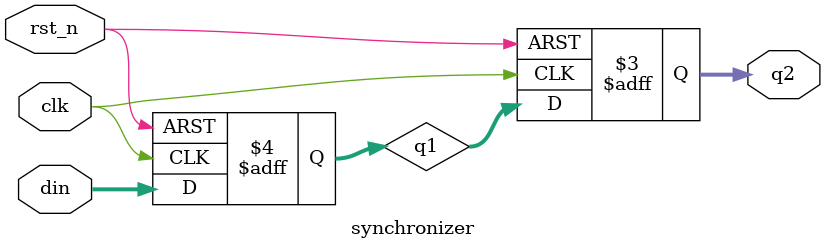
<source format=v>
`timescale 1ns / 1ps

// ---------------------------EXPLANATION---------------------------------
// This module is a 2-flop synchronizer used for transferring signals
// between clock domains. It ensures data stability during clock domain
// transitions.
// -----------------------------------------------------------------------

//2-flop synchronizer
module synchronizer
#(parameter SIZE = 4)( 
    output reg [SIZE-1:0] q2,   // Output of the second flip-flop
    input [SIZE-1:0] din,       // Input data
    input clk, rst_n            // Clock and reset
    );

    reg [SIZE-1:0] q1; // Output of the first flip-flop

    always @(posedge clk or negedge rst_n) begin
        if (!rst_n) 
            {q2, q1} <= 0;          // Reset the FIFO
        else 
            {q2, q1} <= {q1, din};  // Shift the data
    end 

endmodule
</source>
